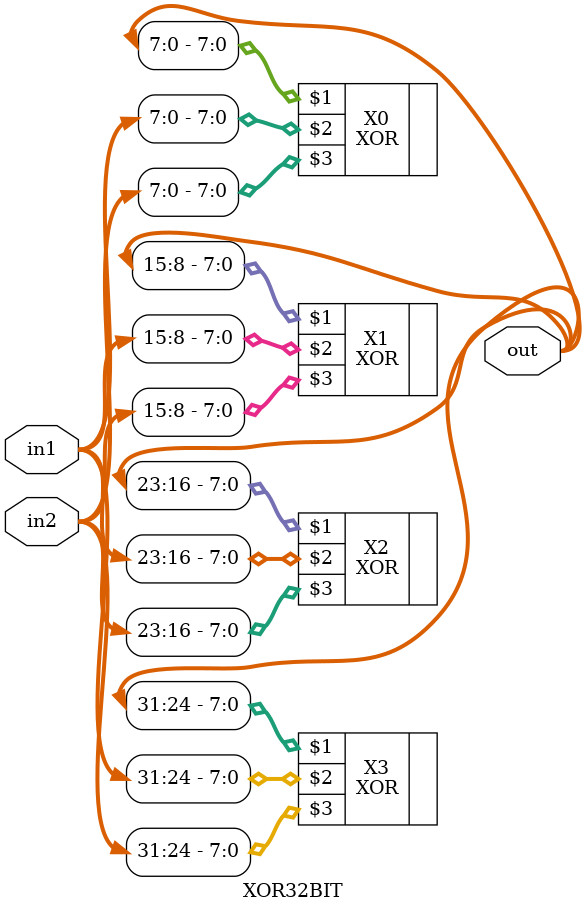
<source format=v>
`timescale 1ns / 1ps


module XOR32BIT(out,in1,in2);
    input [31:0] in1,in2;
    output [31:0] out;
    
    XOR X0(out[7:0],in1[7:0],in2[7:0]);
    XOR X1(out[15:8],in1[15:8],in2[15:8]);
    XOR X2(out[23:16],in1[23:16],in2[23:16]);
    XOR X3(out[31:24],in1[31:24],in2[31:24]);
endmodule

</source>
